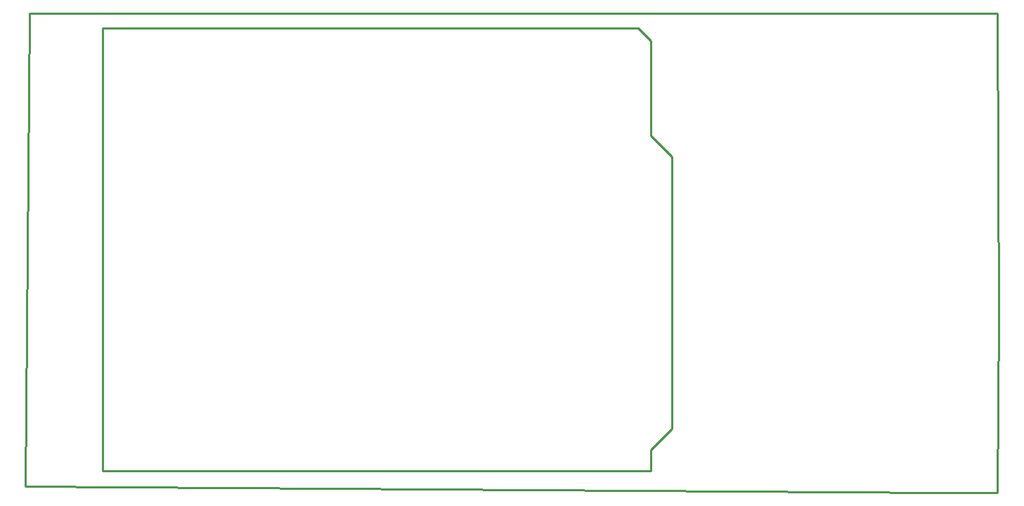
<source format=gko>
G04 Layer: BoardOutlineLayer*
G04 EasyEDA v6.5.46, 2025-06-25 09:17:09*
G04 c32a7bcbb03645a88eb5fb473b9f6d41,a0a929ee5348484eab1505e8ec72bbe5,10*
G04 Gerber Generator version 0.2*
G04 Scale: 100 percent, Rotated: No, Reflected: No *
G04 Dimensions in millimeters *
G04 leading zeros omitted , absolute positions ,4 integer and 5 decimal *
%FSLAX45Y45*%
%MOMM*%

%ADD10C,0.2540*%
D10*
X700023Y9599929D02*
G01*
X700023Y9613900D01*
X12357100Y9613900D01*
X12369800Y5943600D01*
X12357100Y3835400D01*
X12242800Y3835400D01*
X12115800Y3835400D01*
X12039600Y3835400D01*
X11671300Y3835400D01*
X647700Y3911600D01*
X700023Y9599929D01*
X1574800Y4102100D02*
G01*
X8178800Y4102100D01*
X8178800Y4102100D02*
G01*
X8178800Y4356100D01*
X8178800Y4356100D02*
G01*
X8432800Y4610100D01*
X8432800Y4610100D02*
G01*
X8432800Y7886700D01*
X8432800Y7886700D02*
G01*
X8178800Y8140700D01*
X8178800Y8140700D02*
G01*
X8178800Y9283700D01*
X8178800Y9283700D02*
G01*
X8026400Y9436100D01*
X8026400Y9436100D02*
G01*
X1574800Y9436100D01*
X1574800Y9436100D02*
G01*
X1574800Y4102100D01*

%LPD*%
M02*

</source>
